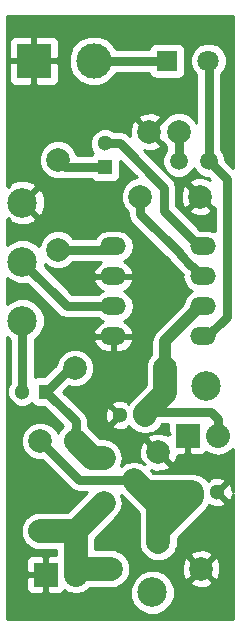
<source format=gbr>
G04 #@! TF.FileFunction,Copper,L2,Bot,Signal*
%FSLAX46Y46*%
G04 Gerber Fmt 4.6, Leading zero omitted, Abs format (unit mm)*
G04 Created by KiCad (PCBNEW 0.201603131216+6619~43~ubuntu14.04.1-product) date Mon 14 Mar 2016 01:53:15 PM EET*
%MOMM*%
G01*
G04 APERTURE LIST*
%ADD10C,0.100000*%
%ADD11O,2.199640X1.501140*%
%ADD12C,2.500000*%
%ADD13C,1.998980*%
%ADD14C,1.750060*%
%ADD15R,1.300000X1.300000*%
%ADD16C,1.300000*%
%ADD17R,2.032000X2.032000*%
%ADD18O,2.032000X2.032000*%
%ADD19R,2.999740X2.999740*%
%ADD20C,2.999740*%
%ADD21C,2.499360*%
%ADD22R,1.800000X1.800000*%
%ADD23C,1.800000*%
%ADD24C,1.501140*%
%ADD25C,2.000000*%
%ADD26C,0.800000*%
%ADD27C,1.000000*%
%ADD28C,0.254000*%
G04 APERTURE END LIST*
D10*
D11*
X119690000Y-45690000D03*
X119690000Y-48230000D03*
X119690000Y-50770000D03*
X119690000Y-53310000D03*
X127310000Y-53310000D03*
X127310000Y-50770000D03*
X127310000Y-48230000D03*
X127310000Y-45690000D03*
D12*
X123000000Y-75000000D03*
D13*
X116500000Y-69810000D03*
X116500000Y-62190000D03*
D14*
X118865000Y-67405000D03*
X121405000Y-65500000D03*
X118865000Y-63595000D03*
D15*
X114000000Y-58000000D03*
D16*
X112000000Y-58000000D03*
D15*
X126500000Y-66500000D03*
D16*
X128500000Y-66500000D03*
D17*
X113960000Y-73500000D03*
D18*
X116500000Y-73500000D03*
D17*
X126000000Y-61750000D03*
D18*
X128540000Y-61750000D03*
D13*
X119500000Y-73000000D03*
X127120000Y-73000000D03*
X123500000Y-70750000D03*
X123500000Y-63130000D03*
X113500000Y-69810000D03*
X113500000Y-62190000D03*
D15*
X119000000Y-39000000D03*
D16*
X119000000Y-37000000D03*
D13*
X121960000Y-41500000D03*
X127040000Y-41500000D03*
D19*
X112960000Y-30000000D03*
D20*
X118040000Y-30000000D03*
D21*
X112000000Y-47000000D03*
X112000000Y-41998740D03*
X112000000Y-52001260D03*
D22*
X124250000Y-30000000D03*
D23*
X127750000Y-30000000D03*
D12*
X127500000Y-57500000D03*
D13*
X115000000Y-46000000D03*
X115000000Y-38380000D03*
D15*
X122250000Y-60000000D03*
D16*
X120250000Y-60000000D03*
D24*
X127770000Y-38500000D03*
X125230000Y-38500000D03*
D13*
X125270000Y-36000000D03*
X122730000Y-36000000D03*
X116440000Y-56000000D03*
X124060000Y-56000000D03*
D25*
X118865000Y-63595000D02*
X117905000Y-63595000D01*
X117905000Y-63595000D02*
X116500000Y-62190000D01*
D26*
X116440000Y-56000000D02*
X116000000Y-56000000D01*
X116000000Y-56000000D02*
X114000000Y-58000000D01*
X116500000Y-62190000D02*
X116500000Y-60500000D01*
X116500000Y-60500000D02*
X114000000Y-58000000D01*
D27*
X116690000Y-62000000D02*
X116500000Y-62190000D01*
X116500000Y-61500000D02*
X116500000Y-62190000D01*
X118865000Y-63595000D02*
X118865000Y-63365000D01*
D26*
X112000000Y-58000000D02*
X112000000Y-52001260D01*
D25*
X123500000Y-70750000D02*
X123500000Y-69750000D01*
X123500000Y-69750000D02*
X126349999Y-66900001D01*
X126349999Y-66900001D02*
X126349999Y-66500000D01*
X126349999Y-66500000D02*
X122405000Y-66500000D01*
X121405000Y-65500000D02*
X122405000Y-66500000D01*
X123500000Y-70750000D02*
X123500000Y-67595000D01*
X123500000Y-67595000D02*
X121405000Y-65500000D01*
D27*
X126500000Y-66500000D02*
X122405000Y-66500000D01*
X123500000Y-70750000D02*
X123500000Y-67750000D01*
X123500000Y-67750000D02*
X124750000Y-66500000D01*
X124750000Y-66500000D02*
X126500000Y-66500000D01*
D26*
X121405000Y-65500000D02*
X116810000Y-65500000D01*
X116810000Y-65500000D02*
X114499489Y-63189489D01*
X114499489Y-63189489D02*
X113500000Y-62190000D01*
D25*
X116500000Y-69810000D02*
X116500000Y-69770000D01*
X116500000Y-69770000D02*
X118865000Y-67405000D01*
X116500000Y-69810000D02*
X113500000Y-69810000D01*
X116500000Y-73500000D02*
X116500000Y-69810000D01*
X119500000Y-73000000D02*
X117000000Y-73000000D01*
X117000000Y-73000000D02*
X116500000Y-73500000D01*
D26*
X115000000Y-38380000D02*
X115620000Y-39000000D01*
X115620000Y-39000000D02*
X118541509Y-39000000D01*
X118541509Y-39000000D02*
X118770754Y-38770755D01*
X119000000Y-37000000D02*
X120271248Y-37000000D01*
X120271248Y-37000000D02*
X124000000Y-40728752D01*
X124000000Y-42729250D02*
X126960750Y-45690000D01*
X124000000Y-40728752D02*
X124000000Y-42729250D01*
X126960750Y-45690000D02*
X127310000Y-45690000D01*
X127310000Y-48230000D02*
X127230000Y-48230000D01*
X127230000Y-48230000D02*
X126340580Y-47340580D01*
X126340580Y-47340580D02*
X126277058Y-47340580D01*
X126277058Y-47340580D02*
X125310170Y-46373692D01*
X121960000Y-42960000D02*
X121960000Y-42913492D01*
X125310170Y-46373692D02*
X125310170Y-46310170D01*
X125310170Y-46310170D02*
X121960000Y-42960000D01*
X121960000Y-42913492D02*
X121960000Y-41500000D01*
X124250000Y-30000000D02*
X118040000Y-30000000D01*
X127770000Y-38500000D02*
X127770000Y-30020000D01*
X127770000Y-30020000D02*
X127750000Y-30000000D01*
X127770000Y-38500000D02*
X129309830Y-40039830D01*
X129309830Y-40039830D02*
X129309830Y-51659420D01*
X129309830Y-51659420D02*
X127659250Y-53310000D01*
X127659250Y-53310000D02*
X127310000Y-53310000D01*
D25*
X124060000Y-56000000D02*
X124060000Y-58130002D01*
X124060000Y-58130002D02*
X122400001Y-59790001D01*
X122400001Y-59790001D02*
X122400001Y-60000000D01*
D27*
X127310000Y-50770000D02*
X127025057Y-50770000D01*
X127025057Y-50770000D02*
X124060000Y-53735057D01*
X124060000Y-53735057D02*
X124060000Y-54586508D01*
X124060000Y-54586508D02*
X124060000Y-56000000D01*
X124060000Y-56000000D02*
X124060000Y-58190000D01*
X124060000Y-58190000D02*
X122250000Y-60000000D01*
D26*
X122250000Y-59750000D02*
X123700000Y-59750000D01*
X126960750Y-50770000D02*
X127310000Y-50770000D01*
X128540000Y-61750000D02*
X128540000Y-60313160D01*
X128540000Y-60313160D02*
X127976840Y-59750000D01*
X127976840Y-59750000D02*
X123700000Y-59750000D01*
X119690000Y-50770000D02*
X115770000Y-50770000D01*
X115770000Y-50770000D02*
X112000000Y-47000000D01*
X115000000Y-46000000D02*
X119380000Y-46000000D01*
X119380000Y-46000000D02*
X119690000Y-45690000D01*
X125230000Y-38500000D02*
X125230000Y-36040000D01*
X125230000Y-36040000D02*
X125270000Y-36000000D01*
D28*
G36*
X129790000Y-39056289D02*
X129155639Y-38421927D01*
X129155810Y-38225602D01*
X128945314Y-37716163D01*
X128805000Y-37575604D01*
X128805000Y-31115765D01*
X129050551Y-30870643D01*
X129284733Y-30306670D01*
X129285265Y-29696009D01*
X129052068Y-29131629D01*
X128620643Y-28699449D01*
X128056670Y-28465267D01*
X127446009Y-28464735D01*
X126881629Y-28697932D01*
X126449449Y-29129357D01*
X126215267Y-29693330D01*
X126214735Y-30303991D01*
X126447932Y-30868371D01*
X126735000Y-31155941D01*
X126735000Y-35265421D01*
X126656462Y-35075345D01*
X126197073Y-34615154D01*
X125596547Y-34365794D01*
X124946306Y-34365226D01*
X124345345Y-34613538D01*
X123917599Y-35040539D01*
X123882163Y-35027443D01*
X122909605Y-36000000D01*
X123882163Y-36972557D01*
X123918099Y-36959276D01*
X124195000Y-37236661D01*
X124195000Y-37575411D01*
X124056056Y-37714113D01*
X123844671Y-38223184D01*
X123844190Y-38774398D01*
X124054686Y-39283837D01*
X124444113Y-39673944D01*
X124953184Y-39885329D01*
X125504398Y-39885810D01*
X126013837Y-39675314D01*
X126403944Y-39285887D01*
X126499975Y-39054619D01*
X126594686Y-39283837D01*
X126984113Y-39673944D01*
X127493184Y-39885329D01*
X127691791Y-39885502D01*
X127871581Y-40065293D01*
X127304418Y-39854599D01*
X126654623Y-39878659D01*
X126166042Y-40081035D01*
X126067443Y-40347837D01*
X127040000Y-41320395D01*
X127054142Y-41306252D01*
X127233748Y-41485858D01*
X127219605Y-41500000D01*
X128192163Y-42472557D01*
X128274830Y-42442007D01*
X128274830Y-44444216D01*
X128223472Y-44409900D01*
X127693237Y-44304430D01*
X127038891Y-44304430D01*
X125386625Y-42652163D01*
X126067443Y-42652163D01*
X126166042Y-42918965D01*
X126775582Y-43145401D01*
X127425377Y-43121341D01*
X127913958Y-42918965D01*
X128012557Y-42652163D01*
X127040000Y-41679605D01*
X126067443Y-42652163D01*
X125386625Y-42652163D01*
X125035000Y-42300538D01*
X125035000Y-41235582D01*
X125394599Y-41235582D01*
X125418659Y-41885377D01*
X125621035Y-42373958D01*
X125887837Y-42472557D01*
X126860395Y-41500000D01*
X125887837Y-40527443D01*
X125621035Y-40626042D01*
X125394599Y-41235582D01*
X125035000Y-41235582D01*
X125035000Y-40728757D01*
X125035001Y-40728752D01*
X124956215Y-40332675D01*
X124803867Y-40104669D01*
X124731856Y-39996896D01*
X124731853Y-39996894D01*
X122329990Y-37595030D01*
X122465582Y-37645401D01*
X123115377Y-37621341D01*
X123603958Y-37418965D01*
X123702557Y-37152163D01*
X122730000Y-36179605D01*
X122715858Y-36193748D01*
X122536252Y-36014142D01*
X122550395Y-36000000D01*
X121577837Y-35027443D01*
X121311035Y-35126042D01*
X121084599Y-35735582D01*
X121108210Y-36373250D01*
X121003104Y-36268144D01*
X120667325Y-36043785D01*
X120271248Y-35964999D01*
X120271243Y-35965000D01*
X119782486Y-35965000D01*
X119728845Y-35911265D01*
X119256724Y-35715223D01*
X118745519Y-35714777D01*
X118273057Y-35909995D01*
X117911265Y-36271155D01*
X117715223Y-36743276D01*
X117714777Y-37254481D01*
X117909995Y-37726943D01*
X118001826Y-37818935D01*
X117892191Y-37892191D01*
X117843541Y-37965000D01*
X116597047Y-37965000D01*
X116386462Y-37455345D01*
X115927073Y-36995154D01*
X115326547Y-36745794D01*
X114676306Y-36745226D01*
X114075345Y-36993538D01*
X113615154Y-37452927D01*
X113365794Y-38053453D01*
X113365226Y-38703694D01*
X113613538Y-39304655D01*
X114072927Y-39764846D01*
X114673453Y-40014206D01*
X115323694Y-40014774D01*
X115386940Y-39988641D01*
X115620000Y-40035000D01*
X117843541Y-40035000D01*
X117892191Y-40107809D01*
X118102235Y-40248157D01*
X118350000Y-40297440D01*
X119650000Y-40297440D01*
X119897765Y-40248157D01*
X120107809Y-40107809D01*
X120248157Y-39897765D01*
X120297440Y-39650000D01*
X120297440Y-38489904D01*
X121672794Y-39865258D01*
X121636306Y-39865226D01*
X121035345Y-40113538D01*
X120575154Y-40572927D01*
X120325794Y-41173453D01*
X120325226Y-41823694D01*
X120573538Y-42424655D01*
X120925000Y-42776731D01*
X120925000Y-42959995D01*
X120924999Y-42960000D01*
X121003785Y-43356077D01*
X121228144Y-43691856D01*
X124450402Y-46914113D01*
X124578314Y-47105548D01*
X125545200Y-48072433D01*
X125545202Y-48072436D01*
X125569328Y-48088556D01*
X125541193Y-48230000D01*
X125646663Y-48760235D01*
X125947017Y-49209746D01*
X126381412Y-49500000D01*
X125947017Y-49790254D01*
X125646663Y-50239765D01*
X125571304Y-50618621D01*
X123257434Y-52932491D01*
X123011397Y-53300711D01*
X122925000Y-53735057D01*
X122925000Y-54823516D01*
X122906060Y-54842423D01*
X122903880Y-54843880D01*
X122902436Y-54846041D01*
X122675154Y-55072927D01*
X122550912Y-55372136D01*
X122549457Y-55374313D01*
X122548951Y-55376859D01*
X122425794Y-55673453D01*
X122425511Y-55997431D01*
X122425000Y-56000000D01*
X122425000Y-57452762D01*
X121243881Y-58633881D01*
X120959419Y-59059609D01*
X120913729Y-58870389D01*
X120430922Y-58702378D01*
X119920572Y-58731917D01*
X119586271Y-58870389D01*
X119530590Y-59100984D01*
X120250000Y-59820395D01*
X120264142Y-59806252D01*
X120443748Y-59985858D01*
X120429605Y-60000000D01*
X120443748Y-60014142D01*
X120264142Y-60193748D01*
X120250000Y-60179605D01*
X119530590Y-60899016D01*
X119586271Y-61129611D01*
X120069078Y-61297622D01*
X120579428Y-61268083D01*
X120913729Y-61129611D01*
X120969410Y-60899018D01*
X121069677Y-60999285D01*
X121142191Y-61107809D01*
X121352235Y-61248157D01*
X121394082Y-61256481D01*
X121774314Y-61510543D01*
X122400001Y-61635000D01*
X123025688Y-61510543D01*
X123556121Y-61156120D01*
X123804095Y-60785000D01*
X124349000Y-60785000D01*
X124349000Y-61464250D01*
X124507748Y-61622998D01*
X124349000Y-61622998D01*
X124349000Y-61701763D01*
X123764418Y-61484599D01*
X123114623Y-61508659D01*
X122626042Y-61711035D01*
X122527443Y-61977837D01*
X123500000Y-62950395D01*
X123514142Y-62936252D01*
X123693748Y-63115858D01*
X123679605Y-63130000D01*
X124652163Y-64102557D01*
X124918965Y-64003958D01*
X125142956Y-63401000D01*
X125714250Y-63401000D01*
X125873000Y-63242250D01*
X125873000Y-61877000D01*
X125853000Y-61877000D01*
X125853000Y-61623000D01*
X125873000Y-61623000D01*
X125873000Y-61603000D01*
X126127000Y-61603000D01*
X126127000Y-61623000D01*
X126147000Y-61623000D01*
X126147000Y-61877000D01*
X126127000Y-61877000D01*
X126127000Y-63242250D01*
X126285750Y-63401000D01*
X127142310Y-63401000D01*
X127375699Y-63304327D01*
X127554327Y-63125698D01*
X127571999Y-63083034D01*
X127908190Y-63307670D01*
X128540000Y-63433345D01*
X129171810Y-63307670D01*
X129707433Y-62949778D01*
X129790000Y-62826208D01*
X129790000Y-66549235D01*
X129768083Y-66170572D01*
X129629611Y-65836271D01*
X129399016Y-65780590D01*
X128679605Y-66500000D01*
X129399016Y-67219410D01*
X129629611Y-67163729D01*
X129790000Y-66702825D01*
X129790000Y-77290000D01*
X110710000Y-77290000D01*
X110710000Y-75373305D01*
X121114674Y-75373305D01*
X121401043Y-76066372D01*
X121930839Y-76597093D01*
X122623405Y-76884672D01*
X123373305Y-76885326D01*
X124066372Y-76598957D01*
X124597093Y-76069161D01*
X124884672Y-75376595D01*
X124885326Y-74626695D01*
X124689254Y-74152163D01*
X126147443Y-74152163D01*
X126246042Y-74418965D01*
X126855582Y-74645401D01*
X127505377Y-74621341D01*
X127993958Y-74418965D01*
X128092557Y-74152163D01*
X127120000Y-73179605D01*
X126147443Y-74152163D01*
X124689254Y-74152163D01*
X124598957Y-73933628D01*
X124069161Y-73402907D01*
X123376595Y-73115328D01*
X122626695Y-73114674D01*
X121933628Y-73401043D01*
X121402907Y-73930839D01*
X121115328Y-74623405D01*
X121114674Y-75373305D01*
X110710000Y-75373305D01*
X110710000Y-73785750D01*
X112309000Y-73785750D01*
X112309000Y-74642309D01*
X112405673Y-74875698D01*
X112584301Y-75054327D01*
X112817690Y-75151000D01*
X113674250Y-75151000D01*
X113833000Y-74992250D01*
X113833000Y-73627000D01*
X112467750Y-73627000D01*
X112309000Y-73785750D01*
X110710000Y-73785750D01*
X110710000Y-72357691D01*
X112309000Y-72357691D01*
X112309000Y-73214250D01*
X112467750Y-73373000D01*
X113833000Y-73373000D01*
X113833000Y-72007750D01*
X113674250Y-71849000D01*
X112817690Y-71849000D01*
X112584301Y-71945673D01*
X112405673Y-72124302D01*
X112309000Y-72357691D01*
X110710000Y-72357691D01*
X110710000Y-53376675D01*
X110931021Y-53598082D01*
X110965000Y-53612191D01*
X110965000Y-57217514D01*
X110911265Y-57271155D01*
X110715223Y-57743276D01*
X110714777Y-58254481D01*
X110909995Y-58726943D01*
X111271155Y-59088735D01*
X111743276Y-59284777D01*
X112254481Y-59285223D01*
X112726943Y-59090005D01*
X112818935Y-58998174D01*
X112892191Y-59107809D01*
X113102235Y-59248157D01*
X113350000Y-59297440D01*
X113833728Y-59297440D01*
X115457483Y-60921194D01*
X115346060Y-61032423D01*
X115343880Y-61033880D01*
X115342436Y-61036041D01*
X115115154Y-61262927D01*
X115000025Y-61540189D01*
X114886462Y-61265345D01*
X114427073Y-60805154D01*
X113826547Y-60555794D01*
X113176306Y-60555226D01*
X112575345Y-60803538D01*
X112115154Y-61262927D01*
X111865794Y-61863453D01*
X111865226Y-62513694D01*
X112113538Y-63114655D01*
X112572927Y-63574846D01*
X113173453Y-63824206D01*
X113670929Y-63824641D01*
X113767631Y-63921342D01*
X113767633Y-63921345D01*
X116078144Y-66231856D01*
X116413923Y-66456215D01*
X116810000Y-66535001D01*
X116810005Y-66535000D01*
X117422760Y-66535000D01*
X115782760Y-68175000D01*
X113500000Y-68175000D01*
X113497454Y-68175507D01*
X113176306Y-68175226D01*
X112876880Y-68298946D01*
X112874313Y-68299457D01*
X112872156Y-68300898D01*
X112575345Y-68423538D01*
X112346060Y-68652423D01*
X112343880Y-68653880D01*
X112342436Y-68656041D01*
X112115154Y-68882927D01*
X111990912Y-69182136D01*
X111989457Y-69184313D01*
X111988951Y-69186859D01*
X111865794Y-69483453D01*
X111865511Y-69807431D01*
X111865000Y-69810000D01*
X111865507Y-69812546D01*
X111865226Y-70133694D01*
X111988946Y-70433120D01*
X111989457Y-70435687D01*
X111990898Y-70437844D01*
X112113538Y-70734655D01*
X112342423Y-70963940D01*
X112343880Y-70966120D01*
X112346041Y-70967564D01*
X112572927Y-71194846D01*
X112872136Y-71319088D01*
X112874313Y-71320543D01*
X112876859Y-71321049D01*
X113173453Y-71444206D01*
X113497431Y-71444489D01*
X113500000Y-71445000D01*
X114865000Y-71445000D01*
X114865000Y-71849000D01*
X114245750Y-71849000D01*
X114087000Y-72007750D01*
X114087000Y-73373000D01*
X114107000Y-73373000D01*
X114107000Y-73627000D01*
X114087000Y-73627000D01*
X114087000Y-74992250D01*
X114245750Y-75151000D01*
X115102310Y-75151000D01*
X115335699Y-75054327D01*
X115514327Y-74875698D01*
X115531999Y-74833034D01*
X115868190Y-75057670D01*
X116500000Y-75183345D01*
X117131810Y-75057670D01*
X117667433Y-74699778D01*
X117710716Y-74635000D01*
X119500000Y-74635000D01*
X119502546Y-74634493D01*
X119823694Y-74634774D01*
X120123120Y-74511054D01*
X120125687Y-74510543D01*
X120127844Y-74509102D01*
X120424655Y-74386462D01*
X120653940Y-74157577D01*
X120656120Y-74156120D01*
X120657564Y-74153959D01*
X120884846Y-73927073D01*
X121009088Y-73627864D01*
X121010543Y-73625687D01*
X121011049Y-73623141D01*
X121134206Y-73326547D01*
X121134489Y-73002569D01*
X121135000Y-73000000D01*
X121134493Y-72997454D01*
X121134722Y-72735582D01*
X125474599Y-72735582D01*
X125498659Y-73385377D01*
X125701035Y-73873958D01*
X125967837Y-73972557D01*
X126940395Y-73000000D01*
X127299605Y-73000000D01*
X128272163Y-73972557D01*
X128538965Y-73873958D01*
X128765401Y-73264418D01*
X128741341Y-72614623D01*
X128538965Y-72126042D01*
X128272163Y-72027443D01*
X127299605Y-73000000D01*
X126940395Y-73000000D01*
X125967837Y-72027443D01*
X125701035Y-72126042D01*
X125474599Y-72735582D01*
X121134722Y-72735582D01*
X121134774Y-72676306D01*
X121011054Y-72376880D01*
X121010543Y-72374313D01*
X121009102Y-72372156D01*
X120886462Y-72075345D01*
X120657577Y-71846060D01*
X120656120Y-71843880D01*
X120653959Y-71842436D01*
X120427073Y-71615154D01*
X120127864Y-71490912D01*
X120125687Y-71489457D01*
X120123141Y-71488951D01*
X119826547Y-71365794D01*
X119502569Y-71365511D01*
X119500000Y-71365000D01*
X118135000Y-71365000D01*
X118135000Y-70447240D01*
X120021120Y-68561120D01*
X120375543Y-68030688D01*
X120500001Y-67405000D01*
X120376405Y-66783645D01*
X121865000Y-68272239D01*
X121865000Y-69749995D01*
X121864999Y-69750000D01*
X121865000Y-69750005D01*
X121865000Y-70750000D01*
X121865507Y-70752546D01*
X121865226Y-71073694D01*
X121988946Y-71373120D01*
X121989457Y-71375687D01*
X121990898Y-71377844D01*
X122113538Y-71674655D01*
X122342423Y-71903940D01*
X122343880Y-71906120D01*
X122346041Y-71907564D01*
X122572927Y-72134846D01*
X122872136Y-72259088D01*
X122874313Y-72260543D01*
X122876859Y-72261049D01*
X123173453Y-72384206D01*
X123497431Y-72384489D01*
X123500000Y-72385000D01*
X123502546Y-72384493D01*
X123823694Y-72384774D01*
X124123120Y-72261054D01*
X124125687Y-72260543D01*
X124127844Y-72259102D01*
X124424655Y-72136462D01*
X124653940Y-71907577D01*
X124656120Y-71906120D01*
X124657564Y-71903959D01*
X124713783Y-71847837D01*
X126147443Y-71847837D01*
X127120000Y-72820395D01*
X128092557Y-71847837D01*
X127993958Y-71581035D01*
X127384418Y-71354599D01*
X126734623Y-71378659D01*
X126246042Y-71581035D01*
X126147443Y-71847837D01*
X124713783Y-71847837D01*
X124884846Y-71677073D01*
X125009088Y-71377864D01*
X125010543Y-71375687D01*
X125011049Y-71373141D01*
X125134206Y-71076547D01*
X125134489Y-70752569D01*
X125135000Y-70750000D01*
X125135000Y-70427240D01*
X127506116Y-68056123D01*
X127506119Y-68056121D01*
X127741367Y-67704046D01*
X127824281Y-67579957D01*
X127836271Y-67629611D01*
X128319078Y-67797622D01*
X128829428Y-67768083D01*
X129163729Y-67629611D01*
X129219410Y-67399016D01*
X128500000Y-66679605D01*
X128485858Y-66693748D01*
X128306253Y-66514143D01*
X128320395Y-66500000D01*
X128306252Y-66485858D01*
X128485858Y-66306252D01*
X128500000Y-66320395D01*
X129219410Y-65600984D01*
X129163729Y-65370389D01*
X128680922Y-65202378D01*
X128170572Y-65231917D01*
X127836271Y-65370389D01*
X127780590Y-65600982D01*
X127680323Y-65500715D01*
X127607809Y-65392191D01*
X127397765Y-65251843D01*
X127355918Y-65243519D01*
X126975686Y-64989457D01*
X126349999Y-64865000D01*
X123082240Y-64865000D01*
X122849049Y-64631809D01*
X123235582Y-64775401D01*
X123885377Y-64751341D01*
X124373958Y-64548965D01*
X124472557Y-64282163D01*
X123500000Y-63309605D01*
X123485858Y-63323748D01*
X123306252Y-63144142D01*
X123320395Y-63130000D01*
X122347837Y-62157443D01*
X122081035Y-62256042D01*
X121854599Y-62865582D01*
X121878659Y-63515377D01*
X122081035Y-64003958D01*
X122347836Y-64102556D01*
X122288602Y-64161790D01*
X122030688Y-63989457D01*
X121405000Y-63864999D01*
X120779312Y-63989457D01*
X120328998Y-64290347D01*
X120375543Y-64220687D01*
X120500000Y-63595000D01*
X120375543Y-62969313D01*
X120021120Y-62438880D01*
X119490687Y-62084457D01*
X118865000Y-61960000D01*
X118582240Y-61960000D01*
X117656120Y-61033880D01*
X117653959Y-61032436D01*
X117535000Y-60913269D01*
X117535000Y-60500005D01*
X117535001Y-60500000D01*
X117456215Y-60103923D01*
X117331373Y-59917083D01*
X117265889Y-59819078D01*
X118952378Y-59819078D01*
X118981917Y-60329428D01*
X119120389Y-60663729D01*
X119350984Y-60719410D01*
X120070395Y-60000000D01*
X119350984Y-59280590D01*
X119120389Y-59336271D01*
X118952378Y-59819078D01*
X117265889Y-59819078D01*
X117231856Y-59768144D01*
X117231853Y-59768142D01*
X115463712Y-58000000D01*
X115912817Y-57550895D01*
X116113453Y-57634206D01*
X116763694Y-57634774D01*
X117364655Y-57386462D01*
X117824846Y-56927073D01*
X118074206Y-56326547D01*
X118074774Y-55676306D01*
X117826462Y-55075345D01*
X117367073Y-54615154D01*
X116766547Y-54365794D01*
X116116306Y-54365226D01*
X115515345Y-54613538D01*
X115055154Y-55072927D01*
X114805794Y-55673453D01*
X114805744Y-55730545D01*
X113833728Y-56702560D01*
X113350000Y-56702560D01*
X113102235Y-56751843D01*
X113035000Y-56796768D01*
X113035000Y-53651275D01*
X117997867Y-53651275D01*
X118012050Y-53722903D01*
X118271202Y-54199944D01*
X118693183Y-54541499D01*
X119213750Y-54695570D01*
X119563000Y-54695570D01*
X119563000Y-53437000D01*
X119817000Y-53437000D01*
X119817000Y-54695570D01*
X120166250Y-54695570D01*
X120686817Y-54541499D01*
X121108798Y-54199944D01*
X121367950Y-53722903D01*
X121382133Y-53651275D01*
X121259479Y-53437000D01*
X119817000Y-53437000D01*
X119563000Y-53437000D01*
X118120521Y-53437000D01*
X117997867Y-53651275D01*
X113035000Y-53651275D01*
X113035000Y-53612834D01*
X113066191Y-53599946D01*
X113596822Y-53070239D01*
X113884352Y-52377791D01*
X113885006Y-51628019D01*
X113598686Y-50935069D01*
X113068979Y-50404438D01*
X112376531Y-50116908D01*
X111626759Y-50116254D01*
X110933809Y-50402574D01*
X110710000Y-50625993D01*
X110710000Y-48375415D01*
X110931021Y-48596822D01*
X111623469Y-48884352D01*
X112373241Y-48885006D01*
X112407244Y-48870956D01*
X115038142Y-51501853D01*
X115038144Y-51501856D01*
X115273957Y-51659420D01*
X115373923Y-51726215D01*
X115770000Y-51805001D01*
X115770005Y-51805000D01*
X118409710Y-51805000D01*
X118776528Y-52050100D01*
X118784072Y-52051601D01*
X118693183Y-52078501D01*
X118271202Y-52420056D01*
X118012050Y-52897097D01*
X117997867Y-52968725D01*
X118120521Y-53183000D01*
X119563000Y-53183000D01*
X119563000Y-53163000D01*
X119817000Y-53163000D01*
X119817000Y-53183000D01*
X121259479Y-53183000D01*
X121382133Y-52968725D01*
X121367950Y-52897097D01*
X121108798Y-52420056D01*
X120686817Y-52078501D01*
X120595928Y-52051601D01*
X120603472Y-52050100D01*
X121052983Y-51749746D01*
X121353337Y-51300235D01*
X121458807Y-50770000D01*
X121353337Y-50239765D01*
X121052983Y-49790254D01*
X120603472Y-49489900D01*
X120595928Y-49488399D01*
X120686817Y-49461499D01*
X121108798Y-49119944D01*
X121367950Y-48642903D01*
X121382133Y-48571275D01*
X121259479Y-48357000D01*
X119817000Y-48357000D01*
X119817000Y-48377000D01*
X119563000Y-48377000D01*
X119563000Y-48357000D01*
X118120521Y-48357000D01*
X117997867Y-48571275D01*
X118012050Y-48642903D01*
X118271202Y-49119944D01*
X118693183Y-49461499D01*
X118784072Y-49488399D01*
X118776528Y-49489900D01*
X118409710Y-49735000D01*
X116198711Y-49735000D01*
X113871410Y-47407698D01*
X113884352Y-47376531D01*
X113884509Y-47196099D01*
X114072927Y-47384846D01*
X114673453Y-47634206D01*
X115323694Y-47634774D01*
X115924655Y-47386462D01*
X116276731Y-47035000D01*
X118648090Y-47035000D01*
X118271202Y-47340056D01*
X118012050Y-47817097D01*
X117997867Y-47888725D01*
X118120521Y-48103000D01*
X119563000Y-48103000D01*
X119563000Y-48083000D01*
X119817000Y-48083000D01*
X119817000Y-48103000D01*
X121259479Y-48103000D01*
X121382133Y-47888725D01*
X121367950Y-47817097D01*
X121108798Y-47340056D01*
X120686817Y-46998501D01*
X120595928Y-46971601D01*
X120603472Y-46970100D01*
X121052983Y-46669746D01*
X121353337Y-46220235D01*
X121458807Y-45690000D01*
X121353337Y-45159765D01*
X121052983Y-44710254D01*
X120603472Y-44409900D01*
X120073237Y-44304430D01*
X119306763Y-44304430D01*
X118776528Y-44409900D01*
X118327017Y-44710254D01*
X118156801Y-44965000D01*
X116276309Y-44965000D01*
X115927073Y-44615154D01*
X115326547Y-44365794D01*
X114676306Y-44365226D01*
X114075345Y-44613538D01*
X113615154Y-45072927D01*
X113365794Y-45673453D01*
X113365770Y-45700487D01*
X113068979Y-45403178D01*
X112376531Y-45115648D01*
X111626759Y-45114994D01*
X110933809Y-45401314D01*
X110710000Y-45624733D01*
X110710000Y-43422778D01*
X110732785Y-43445563D01*
X110846518Y-43331830D01*
X110975725Y-43624599D01*
X111675883Y-43892811D01*
X112425384Y-43872668D01*
X113024275Y-43624599D01*
X113153483Y-43331829D01*
X112000000Y-42178345D01*
X111985858Y-42192488D01*
X111806252Y-42012882D01*
X111820395Y-41998740D01*
X112179605Y-41998740D01*
X113333089Y-43152223D01*
X113625859Y-43023015D01*
X113894071Y-42322857D01*
X113873928Y-41573356D01*
X113625859Y-40974465D01*
X113333089Y-40845257D01*
X112179605Y-41998740D01*
X111820395Y-41998740D01*
X111806252Y-41984598D01*
X111985858Y-41804992D01*
X112000000Y-41819135D01*
X113153483Y-40665651D01*
X113024275Y-40372881D01*
X112324117Y-40104669D01*
X111574616Y-40124812D01*
X110975725Y-40372881D01*
X110846518Y-40665650D01*
X110732785Y-40551917D01*
X110710000Y-40574702D01*
X110710000Y-34847837D01*
X121757443Y-34847837D01*
X122730000Y-35820395D01*
X123702557Y-34847837D01*
X123603958Y-34581035D01*
X122994418Y-34354599D01*
X122344623Y-34378659D01*
X121856042Y-34581035D01*
X121757443Y-34847837D01*
X110710000Y-34847837D01*
X110710000Y-30285750D01*
X110825130Y-30285750D01*
X110825130Y-31626180D01*
X110921803Y-31859569D01*
X111100432Y-32038197D01*
X111333821Y-32134870D01*
X112674250Y-32134870D01*
X112833000Y-31976120D01*
X112833000Y-30127000D01*
X113087000Y-30127000D01*
X113087000Y-31976120D01*
X113245750Y-32134870D01*
X114586179Y-32134870D01*
X114819568Y-32038197D01*
X114998197Y-31859569D01*
X115094870Y-31626180D01*
X115094870Y-30422789D01*
X115904760Y-30422789D01*
X116229090Y-31207727D01*
X116829114Y-31808800D01*
X117613485Y-32134499D01*
X118462789Y-32135240D01*
X119247727Y-31810910D01*
X119848800Y-31210886D01*
X119921834Y-31035000D01*
X122729413Y-31035000D01*
X122751843Y-31147765D01*
X122892191Y-31357809D01*
X123102235Y-31498157D01*
X123350000Y-31547440D01*
X125150000Y-31547440D01*
X125397765Y-31498157D01*
X125607809Y-31357809D01*
X125748157Y-31147765D01*
X125797440Y-30900000D01*
X125797440Y-29100000D01*
X125748157Y-28852235D01*
X125607809Y-28642191D01*
X125397765Y-28501843D01*
X125150000Y-28452560D01*
X123350000Y-28452560D01*
X123102235Y-28501843D01*
X122892191Y-28642191D01*
X122751843Y-28852235D01*
X122729413Y-28965000D01*
X119922279Y-28965000D01*
X119850910Y-28792273D01*
X119250886Y-28191200D01*
X118466515Y-27865501D01*
X117617211Y-27864760D01*
X116832273Y-28189090D01*
X116231200Y-28789114D01*
X115905501Y-29573485D01*
X115904760Y-30422789D01*
X115094870Y-30422789D01*
X115094870Y-30285750D01*
X114936120Y-30127000D01*
X113087000Y-30127000D01*
X112833000Y-30127000D01*
X110983880Y-30127000D01*
X110825130Y-30285750D01*
X110710000Y-30285750D01*
X110710000Y-28373820D01*
X110825130Y-28373820D01*
X110825130Y-29714250D01*
X110983880Y-29873000D01*
X112833000Y-29873000D01*
X112833000Y-28023880D01*
X113087000Y-28023880D01*
X113087000Y-29873000D01*
X114936120Y-29873000D01*
X115094870Y-29714250D01*
X115094870Y-28373820D01*
X114998197Y-28140431D01*
X114819568Y-27961803D01*
X114586179Y-27865130D01*
X113245750Y-27865130D01*
X113087000Y-28023880D01*
X112833000Y-28023880D01*
X112674250Y-27865130D01*
X111333821Y-27865130D01*
X111100432Y-27961803D01*
X110921803Y-28140431D01*
X110825130Y-28373820D01*
X110710000Y-28373820D01*
X110710000Y-26210000D01*
X129790000Y-26210000D01*
X129790000Y-39056289D01*
X129790000Y-39056289D01*
G37*
X129790000Y-39056289D02*
X129155639Y-38421927D01*
X129155810Y-38225602D01*
X128945314Y-37716163D01*
X128805000Y-37575604D01*
X128805000Y-31115765D01*
X129050551Y-30870643D01*
X129284733Y-30306670D01*
X129285265Y-29696009D01*
X129052068Y-29131629D01*
X128620643Y-28699449D01*
X128056670Y-28465267D01*
X127446009Y-28464735D01*
X126881629Y-28697932D01*
X126449449Y-29129357D01*
X126215267Y-29693330D01*
X126214735Y-30303991D01*
X126447932Y-30868371D01*
X126735000Y-31155941D01*
X126735000Y-35265421D01*
X126656462Y-35075345D01*
X126197073Y-34615154D01*
X125596547Y-34365794D01*
X124946306Y-34365226D01*
X124345345Y-34613538D01*
X123917599Y-35040539D01*
X123882163Y-35027443D01*
X122909605Y-36000000D01*
X123882163Y-36972557D01*
X123918099Y-36959276D01*
X124195000Y-37236661D01*
X124195000Y-37575411D01*
X124056056Y-37714113D01*
X123844671Y-38223184D01*
X123844190Y-38774398D01*
X124054686Y-39283837D01*
X124444113Y-39673944D01*
X124953184Y-39885329D01*
X125504398Y-39885810D01*
X126013837Y-39675314D01*
X126403944Y-39285887D01*
X126499975Y-39054619D01*
X126594686Y-39283837D01*
X126984113Y-39673944D01*
X127493184Y-39885329D01*
X127691791Y-39885502D01*
X127871581Y-40065293D01*
X127304418Y-39854599D01*
X126654623Y-39878659D01*
X126166042Y-40081035D01*
X126067443Y-40347837D01*
X127040000Y-41320395D01*
X127054142Y-41306252D01*
X127233748Y-41485858D01*
X127219605Y-41500000D01*
X128192163Y-42472557D01*
X128274830Y-42442007D01*
X128274830Y-44444216D01*
X128223472Y-44409900D01*
X127693237Y-44304430D01*
X127038891Y-44304430D01*
X125386625Y-42652163D01*
X126067443Y-42652163D01*
X126166042Y-42918965D01*
X126775582Y-43145401D01*
X127425377Y-43121341D01*
X127913958Y-42918965D01*
X128012557Y-42652163D01*
X127040000Y-41679605D01*
X126067443Y-42652163D01*
X125386625Y-42652163D01*
X125035000Y-42300538D01*
X125035000Y-41235582D01*
X125394599Y-41235582D01*
X125418659Y-41885377D01*
X125621035Y-42373958D01*
X125887837Y-42472557D01*
X126860395Y-41500000D01*
X125887837Y-40527443D01*
X125621035Y-40626042D01*
X125394599Y-41235582D01*
X125035000Y-41235582D01*
X125035000Y-40728757D01*
X125035001Y-40728752D01*
X124956215Y-40332675D01*
X124803867Y-40104669D01*
X124731856Y-39996896D01*
X124731853Y-39996894D01*
X122329990Y-37595030D01*
X122465582Y-37645401D01*
X123115377Y-37621341D01*
X123603958Y-37418965D01*
X123702557Y-37152163D01*
X122730000Y-36179605D01*
X122715858Y-36193748D01*
X122536252Y-36014142D01*
X122550395Y-36000000D01*
X121577837Y-35027443D01*
X121311035Y-35126042D01*
X121084599Y-35735582D01*
X121108210Y-36373250D01*
X121003104Y-36268144D01*
X120667325Y-36043785D01*
X120271248Y-35964999D01*
X120271243Y-35965000D01*
X119782486Y-35965000D01*
X119728845Y-35911265D01*
X119256724Y-35715223D01*
X118745519Y-35714777D01*
X118273057Y-35909995D01*
X117911265Y-36271155D01*
X117715223Y-36743276D01*
X117714777Y-37254481D01*
X117909995Y-37726943D01*
X118001826Y-37818935D01*
X117892191Y-37892191D01*
X117843541Y-37965000D01*
X116597047Y-37965000D01*
X116386462Y-37455345D01*
X115927073Y-36995154D01*
X115326547Y-36745794D01*
X114676306Y-36745226D01*
X114075345Y-36993538D01*
X113615154Y-37452927D01*
X113365794Y-38053453D01*
X113365226Y-38703694D01*
X113613538Y-39304655D01*
X114072927Y-39764846D01*
X114673453Y-40014206D01*
X115323694Y-40014774D01*
X115386940Y-39988641D01*
X115620000Y-40035000D01*
X117843541Y-40035000D01*
X117892191Y-40107809D01*
X118102235Y-40248157D01*
X118350000Y-40297440D01*
X119650000Y-40297440D01*
X119897765Y-40248157D01*
X120107809Y-40107809D01*
X120248157Y-39897765D01*
X120297440Y-39650000D01*
X120297440Y-38489904D01*
X121672794Y-39865258D01*
X121636306Y-39865226D01*
X121035345Y-40113538D01*
X120575154Y-40572927D01*
X120325794Y-41173453D01*
X120325226Y-41823694D01*
X120573538Y-42424655D01*
X120925000Y-42776731D01*
X120925000Y-42959995D01*
X120924999Y-42960000D01*
X121003785Y-43356077D01*
X121228144Y-43691856D01*
X124450402Y-46914113D01*
X124578314Y-47105548D01*
X125545200Y-48072433D01*
X125545202Y-48072436D01*
X125569328Y-48088556D01*
X125541193Y-48230000D01*
X125646663Y-48760235D01*
X125947017Y-49209746D01*
X126381412Y-49500000D01*
X125947017Y-49790254D01*
X125646663Y-50239765D01*
X125571304Y-50618621D01*
X123257434Y-52932491D01*
X123011397Y-53300711D01*
X122925000Y-53735057D01*
X122925000Y-54823516D01*
X122906060Y-54842423D01*
X122903880Y-54843880D01*
X122902436Y-54846041D01*
X122675154Y-55072927D01*
X122550912Y-55372136D01*
X122549457Y-55374313D01*
X122548951Y-55376859D01*
X122425794Y-55673453D01*
X122425511Y-55997431D01*
X122425000Y-56000000D01*
X122425000Y-57452762D01*
X121243881Y-58633881D01*
X120959419Y-59059609D01*
X120913729Y-58870389D01*
X120430922Y-58702378D01*
X119920572Y-58731917D01*
X119586271Y-58870389D01*
X119530590Y-59100984D01*
X120250000Y-59820395D01*
X120264142Y-59806252D01*
X120443748Y-59985858D01*
X120429605Y-60000000D01*
X120443748Y-60014142D01*
X120264142Y-60193748D01*
X120250000Y-60179605D01*
X119530590Y-60899016D01*
X119586271Y-61129611D01*
X120069078Y-61297622D01*
X120579428Y-61268083D01*
X120913729Y-61129611D01*
X120969410Y-60899018D01*
X121069677Y-60999285D01*
X121142191Y-61107809D01*
X121352235Y-61248157D01*
X121394082Y-61256481D01*
X121774314Y-61510543D01*
X122400001Y-61635000D01*
X123025688Y-61510543D01*
X123556121Y-61156120D01*
X123804095Y-60785000D01*
X124349000Y-60785000D01*
X124349000Y-61464250D01*
X124507748Y-61622998D01*
X124349000Y-61622998D01*
X124349000Y-61701763D01*
X123764418Y-61484599D01*
X123114623Y-61508659D01*
X122626042Y-61711035D01*
X122527443Y-61977837D01*
X123500000Y-62950395D01*
X123514142Y-62936252D01*
X123693748Y-63115858D01*
X123679605Y-63130000D01*
X124652163Y-64102557D01*
X124918965Y-64003958D01*
X125142956Y-63401000D01*
X125714250Y-63401000D01*
X125873000Y-63242250D01*
X125873000Y-61877000D01*
X125853000Y-61877000D01*
X125853000Y-61623000D01*
X125873000Y-61623000D01*
X125873000Y-61603000D01*
X126127000Y-61603000D01*
X126127000Y-61623000D01*
X126147000Y-61623000D01*
X126147000Y-61877000D01*
X126127000Y-61877000D01*
X126127000Y-63242250D01*
X126285750Y-63401000D01*
X127142310Y-63401000D01*
X127375699Y-63304327D01*
X127554327Y-63125698D01*
X127571999Y-63083034D01*
X127908190Y-63307670D01*
X128540000Y-63433345D01*
X129171810Y-63307670D01*
X129707433Y-62949778D01*
X129790000Y-62826208D01*
X129790000Y-66549235D01*
X129768083Y-66170572D01*
X129629611Y-65836271D01*
X129399016Y-65780590D01*
X128679605Y-66500000D01*
X129399016Y-67219410D01*
X129629611Y-67163729D01*
X129790000Y-66702825D01*
X129790000Y-77290000D01*
X110710000Y-77290000D01*
X110710000Y-75373305D01*
X121114674Y-75373305D01*
X121401043Y-76066372D01*
X121930839Y-76597093D01*
X122623405Y-76884672D01*
X123373305Y-76885326D01*
X124066372Y-76598957D01*
X124597093Y-76069161D01*
X124884672Y-75376595D01*
X124885326Y-74626695D01*
X124689254Y-74152163D01*
X126147443Y-74152163D01*
X126246042Y-74418965D01*
X126855582Y-74645401D01*
X127505377Y-74621341D01*
X127993958Y-74418965D01*
X128092557Y-74152163D01*
X127120000Y-73179605D01*
X126147443Y-74152163D01*
X124689254Y-74152163D01*
X124598957Y-73933628D01*
X124069161Y-73402907D01*
X123376595Y-73115328D01*
X122626695Y-73114674D01*
X121933628Y-73401043D01*
X121402907Y-73930839D01*
X121115328Y-74623405D01*
X121114674Y-75373305D01*
X110710000Y-75373305D01*
X110710000Y-73785750D01*
X112309000Y-73785750D01*
X112309000Y-74642309D01*
X112405673Y-74875698D01*
X112584301Y-75054327D01*
X112817690Y-75151000D01*
X113674250Y-75151000D01*
X113833000Y-74992250D01*
X113833000Y-73627000D01*
X112467750Y-73627000D01*
X112309000Y-73785750D01*
X110710000Y-73785750D01*
X110710000Y-72357691D01*
X112309000Y-72357691D01*
X112309000Y-73214250D01*
X112467750Y-73373000D01*
X113833000Y-73373000D01*
X113833000Y-72007750D01*
X113674250Y-71849000D01*
X112817690Y-71849000D01*
X112584301Y-71945673D01*
X112405673Y-72124302D01*
X112309000Y-72357691D01*
X110710000Y-72357691D01*
X110710000Y-53376675D01*
X110931021Y-53598082D01*
X110965000Y-53612191D01*
X110965000Y-57217514D01*
X110911265Y-57271155D01*
X110715223Y-57743276D01*
X110714777Y-58254481D01*
X110909995Y-58726943D01*
X111271155Y-59088735D01*
X111743276Y-59284777D01*
X112254481Y-59285223D01*
X112726943Y-59090005D01*
X112818935Y-58998174D01*
X112892191Y-59107809D01*
X113102235Y-59248157D01*
X113350000Y-59297440D01*
X113833728Y-59297440D01*
X115457483Y-60921194D01*
X115346060Y-61032423D01*
X115343880Y-61033880D01*
X115342436Y-61036041D01*
X115115154Y-61262927D01*
X115000025Y-61540189D01*
X114886462Y-61265345D01*
X114427073Y-60805154D01*
X113826547Y-60555794D01*
X113176306Y-60555226D01*
X112575345Y-60803538D01*
X112115154Y-61262927D01*
X111865794Y-61863453D01*
X111865226Y-62513694D01*
X112113538Y-63114655D01*
X112572927Y-63574846D01*
X113173453Y-63824206D01*
X113670929Y-63824641D01*
X113767631Y-63921342D01*
X113767633Y-63921345D01*
X116078144Y-66231856D01*
X116413923Y-66456215D01*
X116810000Y-66535001D01*
X116810005Y-66535000D01*
X117422760Y-66535000D01*
X115782760Y-68175000D01*
X113500000Y-68175000D01*
X113497454Y-68175507D01*
X113176306Y-68175226D01*
X112876880Y-68298946D01*
X112874313Y-68299457D01*
X112872156Y-68300898D01*
X112575345Y-68423538D01*
X112346060Y-68652423D01*
X112343880Y-68653880D01*
X112342436Y-68656041D01*
X112115154Y-68882927D01*
X111990912Y-69182136D01*
X111989457Y-69184313D01*
X111988951Y-69186859D01*
X111865794Y-69483453D01*
X111865511Y-69807431D01*
X111865000Y-69810000D01*
X111865507Y-69812546D01*
X111865226Y-70133694D01*
X111988946Y-70433120D01*
X111989457Y-70435687D01*
X111990898Y-70437844D01*
X112113538Y-70734655D01*
X112342423Y-70963940D01*
X112343880Y-70966120D01*
X112346041Y-70967564D01*
X112572927Y-71194846D01*
X112872136Y-71319088D01*
X112874313Y-71320543D01*
X112876859Y-71321049D01*
X113173453Y-71444206D01*
X113497431Y-71444489D01*
X113500000Y-71445000D01*
X114865000Y-71445000D01*
X114865000Y-71849000D01*
X114245750Y-71849000D01*
X114087000Y-72007750D01*
X114087000Y-73373000D01*
X114107000Y-73373000D01*
X114107000Y-73627000D01*
X114087000Y-73627000D01*
X114087000Y-74992250D01*
X114245750Y-75151000D01*
X115102310Y-75151000D01*
X115335699Y-75054327D01*
X115514327Y-74875698D01*
X115531999Y-74833034D01*
X115868190Y-75057670D01*
X116500000Y-75183345D01*
X117131810Y-75057670D01*
X117667433Y-74699778D01*
X117710716Y-74635000D01*
X119500000Y-74635000D01*
X119502546Y-74634493D01*
X119823694Y-74634774D01*
X120123120Y-74511054D01*
X120125687Y-74510543D01*
X120127844Y-74509102D01*
X120424655Y-74386462D01*
X120653940Y-74157577D01*
X120656120Y-74156120D01*
X120657564Y-74153959D01*
X120884846Y-73927073D01*
X121009088Y-73627864D01*
X121010543Y-73625687D01*
X121011049Y-73623141D01*
X121134206Y-73326547D01*
X121134489Y-73002569D01*
X121135000Y-73000000D01*
X121134493Y-72997454D01*
X121134722Y-72735582D01*
X125474599Y-72735582D01*
X125498659Y-73385377D01*
X125701035Y-73873958D01*
X125967837Y-73972557D01*
X126940395Y-73000000D01*
X127299605Y-73000000D01*
X128272163Y-73972557D01*
X128538965Y-73873958D01*
X128765401Y-73264418D01*
X128741341Y-72614623D01*
X128538965Y-72126042D01*
X128272163Y-72027443D01*
X127299605Y-73000000D01*
X126940395Y-73000000D01*
X125967837Y-72027443D01*
X125701035Y-72126042D01*
X125474599Y-72735582D01*
X121134722Y-72735582D01*
X121134774Y-72676306D01*
X121011054Y-72376880D01*
X121010543Y-72374313D01*
X121009102Y-72372156D01*
X120886462Y-72075345D01*
X120657577Y-71846060D01*
X120656120Y-71843880D01*
X120653959Y-71842436D01*
X120427073Y-71615154D01*
X120127864Y-71490912D01*
X120125687Y-71489457D01*
X120123141Y-71488951D01*
X119826547Y-71365794D01*
X119502569Y-71365511D01*
X119500000Y-71365000D01*
X118135000Y-71365000D01*
X118135000Y-70447240D01*
X120021120Y-68561120D01*
X120375543Y-68030688D01*
X120500001Y-67405000D01*
X120376405Y-66783645D01*
X121865000Y-68272239D01*
X121865000Y-69749995D01*
X121864999Y-69750000D01*
X121865000Y-69750005D01*
X121865000Y-70750000D01*
X121865507Y-70752546D01*
X121865226Y-71073694D01*
X121988946Y-71373120D01*
X121989457Y-71375687D01*
X121990898Y-71377844D01*
X122113538Y-71674655D01*
X122342423Y-71903940D01*
X122343880Y-71906120D01*
X122346041Y-71907564D01*
X122572927Y-72134846D01*
X122872136Y-72259088D01*
X122874313Y-72260543D01*
X122876859Y-72261049D01*
X123173453Y-72384206D01*
X123497431Y-72384489D01*
X123500000Y-72385000D01*
X123502546Y-72384493D01*
X123823694Y-72384774D01*
X124123120Y-72261054D01*
X124125687Y-72260543D01*
X124127844Y-72259102D01*
X124424655Y-72136462D01*
X124653940Y-71907577D01*
X124656120Y-71906120D01*
X124657564Y-71903959D01*
X124713783Y-71847837D01*
X126147443Y-71847837D01*
X127120000Y-72820395D01*
X128092557Y-71847837D01*
X127993958Y-71581035D01*
X127384418Y-71354599D01*
X126734623Y-71378659D01*
X126246042Y-71581035D01*
X126147443Y-71847837D01*
X124713783Y-71847837D01*
X124884846Y-71677073D01*
X125009088Y-71377864D01*
X125010543Y-71375687D01*
X125011049Y-71373141D01*
X125134206Y-71076547D01*
X125134489Y-70752569D01*
X125135000Y-70750000D01*
X125135000Y-70427240D01*
X127506116Y-68056123D01*
X127506119Y-68056121D01*
X127741367Y-67704046D01*
X127824281Y-67579957D01*
X127836271Y-67629611D01*
X128319078Y-67797622D01*
X128829428Y-67768083D01*
X129163729Y-67629611D01*
X129219410Y-67399016D01*
X128500000Y-66679605D01*
X128485858Y-66693748D01*
X128306253Y-66514143D01*
X128320395Y-66500000D01*
X128306252Y-66485858D01*
X128485858Y-66306252D01*
X128500000Y-66320395D01*
X129219410Y-65600984D01*
X129163729Y-65370389D01*
X128680922Y-65202378D01*
X128170572Y-65231917D01*
X127836271Y-65370389D01*
X127780590Y-65600982D01*
X127680323Y-65500715D01*
X127607809Y-65392191D01*
X127397765Y-65251843D01*
X127355918Y-65243519D01*
X126975686Y-64989457D01*
X126349999Y-64865000D01*
X123082240Y-64865000D01*
X122849049Y-64631809D01*
X123235582Y-64775401D01*
X123885377Y-64751341D01*
X124373958Y-64548965D01*
X124472557Y-64282163D01*
X123500000Y-63309605D01*
X123485858Y-63323748D01*
X123306252Y-63144142D01*
X123320395Y-63130000D01*
X122347837Y-62157443D01*
X122081035Y-62256042D01*
X121854599Y-62865582D01*
X121878659Y-63515377D01*
X122081035Y-64003958D01*
X122347836Y-64102556D01*
X122288602Y-64161790D01*
X122030688Y-63989457D01*
X121405000Y-63864999D01*
X120779312Y-63989457D01*
X120328998Y-64290347D01*
X120375543Y-64220687D01*
X120500000Y-63595000D01*
X120375543Y-62969313D01*
X120021120Y-62438880D01*
X119490687Y-62084457D01*
X118865000Y-61960000D01*
X118582240Y-61960000D01*
X117656120Y-61033880D01*
X117653959Y-61032436D01*
X117535000Y-60913269D01*
X117535000Y-60500005D01*
X117535001Y-60500000D01*
X117456215Y-60103923D01*
X117331373Y-59917083D01*
X117265889Y-59819078D01*
X118952378Y-59819078D01*
X118981917Y-60329428D01*
X119120389Y-60663729D01*
X119350984Y-60719410D01*
X120070395Y-60000000D01*
X119350984Y-59280590D01*
X119120389Y-59336271D01*
X118952378Y-59819078D01*
X117265889Y-59819078D01*
X117231856Y-59768144D01*
X117231853Y-59768142D01*
X115463712Y-58000000D01*
X115912817Y-57550895D01*
X116113453Y-57634206D01*
X116763694Y-57634774D01*
X117364655Y-57386462D01*
X117824846Y-56927073D01*
X118074206Y-56326547D01*
X118074774Y-55676306D01*
X117826462Y-55075345D01*
X117367073Y-54615154D01*
X116766547Y-54365794D01*
X116116306Y-54365226D01*
X115515345Y-54613538D01*
X115055154Y-55072927D01*
X114805794Y-55673453D01*
X114805744Y-55730545D01*
X113833728Y-56702560D01*
X113350000Y-56702560D01*
X113102235Y-56751843D01*
X113035000Y-56796768D01*
X113035000Y-53651275D01*
X117997867Y-53651275D01*
X118012050Y-53722903D01*
X118271202Y-54199944D01*
X118693183Y-54541499D01*
X119213750Y-54695570D01*
X119563000Y-54695570D01*
X119563000Y-53437000D01*
X119817000Y-53437000D01*
X119817000Y-54695570D01*
X120166250Y-54695570D01*
X120686817Y-54541499D01*
X121108798Y-54199944D01*
X121367950Y-53722903D01*
X121382133Y-53651275D01*
X121259479Y-53437000D01*
X119817000Y-53437000D01*
X119563000Y-53437000D01*
X118120521Y-53437000D01*
X117997867Y-53651275D01*
X113035000Y-53651275D01*
X113035000Y-53612834D01*
X113066191Y-53599946D01*
X113596822Y-53070239D01*
X113884352Y-52377791D01*
X113885006Y-51628019D01*
X113598686Y-50935069D01*
X113068979Y-50404438D01*
X112376531Y-50116908D01*
X111626759Y-50116254D01*
X110933809Y-50402574D01*
X110710000Y-50625993D01*
X110710000Y-48375415D01*
X110931021Y-48596822D01*
X111623469Y-48884352D01*
X112373241Y-48885006D01*
X112407244Y-48870956D01*
X115038142Y-51501853D01*
X115038144Y-51501856D01*
X115273957Y-51659420D01*
X115373923Y-51726215D01*
X115770000Y-51805001D01*
X115770005Y-51805000D01*
X118409710Y-51805000D01*
X118776528Y-52050100D01*
X118784072Y-52051601D01*
X118693183Y-52078501D01*
X118271202Y-52420056D01*
X118012050Y-52897097D01*
X117997867Y-52968725D01*
X118120521Y-53183000D01*
X119563000Y-53183000D01*
X119563000Y-53163000D01*
X119817000Y-53163000D01*
X119817000Y-53183000D01*
X121259479Y-53183000D01*
X121382133Y-52968725D01*
X121367950Y-52897097D01*
X121108798Y-52420056D01*
X120686817Y-52078501D01*
X120595928Y-52051601D01*
X120603472Y-52050100D01*
X121052983Y-51749746D01*
X121353337Y-51300235D01*
X121458807Y-50770000D01*
X121353337Y-50239765D01*
X121052983Y-49790254D01*
X120603472Y-49489900D01*
X120595928Y-49488399D01*
X120686817Y-49461499D01*
X121108798Y-49119944D01*
X121367950Y-48642903D01*
X121382133Y-48571275D01*
X121259479Y-48357000D01*
X119817000Y-48357000D01*
X119817000Y-48377000D01*
X119563000Y-48377000D01*
X119563000Y-48357000D01*
X118120521Y-48357000D01*
X117997867Y-48571275D01*
X118012050Y-48642903D01*
X118271202Y-49119944D01*
X118693183Y-49461499D01*
X118784072Y-49488399D01*
X118776528Y-49489900D01*
X118409710Y-49735000D01*
X116198711Y-49735000D01*
X113871410Y-47407698D01*
X113884352Y-47376531D01*
X113884509Y-47196099D01*
X114072927Y-47384846D01*
X114673453Y-47634206D01*
X115323694Y-47634774D01*
X115924655Y-47386462D01*
X116276731Y-47035000D01*
X118648090Y-47035000D01*
X118271202Y-47340056D01*
X118012050Y-47817097D01*
X117997867Y-47888725D01*
X118120521Y-48103000D01*
X119563000Y-48103000D01*
X119563000Y-48083000D01*
X119817000Y-48083000D01*
X119817000Y-48103000D01*
X121259479Y-48103000D01*
X121382133Y-47888725D01*
X121367950Y-47817097D01*
X121108798Y-47340056D01*
X120686817Y-46998501D01*
X120595928Y-46971601D01*
X120603472Y-46970100D01*
X121052983Y-46669746D01*
X121353337Y-46220235D01*
X121458807Y-45690000D01*
X121353337Y-45159765D01*
X121052983Y-44710254D01*
X120603472Y-44409900D01*
X120073237Y-44304430D01*
X119306763Y-44304430D01*
X118776528Y-44409900D01*
X118327017Y-44710254D01*
X118156801Y-44965000D01*
X116276309Y-44965000D01*
X115927073Y-44615154D01*
X115326547Y-44365794D01*
X114676306Y-44365226D01*
X114075345Y-44613538D01*
X113615154Y-45072927D01*
X113365794Y-45673453D01*
X113365770Y-45700487D01*
X113068979Y-45403178D01*
X112376531Y-45115648D01*
X111626759Y-45114994D01*
X110933809Y-45401314D01*
X110710000Y-45624733D01*
X110710000Y-43422778D01*
X110732785Y-43445563D01*
X110846518Y-43331830D01*
X110975725Y-43624599D01*
X111675883Y-43892811D01*
X112425384Y-43872668D01*
X113024275Y-43624599D01*
X113153483Y-43331829D01*
X112000000Y-42178345D01*
X111985858Y-42192488D01*
X111806252Y-42012882D01*
X111820395Y-41998740D01*
X112179605Y-41998740D01*
X113333089Y-43152223D01*
X113625859Y-43023015D01*
X113894071Y-42322857D01*
X113873928Y-41573356D01*
X113625859Y-40974465D01*
X113333089Y-40845257D01*
X112179605Y-41998740D01*
X111820395Y-41998740D01*
X111806252Y-41984598D01*
X111985858Y-41804992D01*
X112000000Y-41819135D01*
X113153483Y-40665651D01*
X113024275Y-40372881D01*
X112324117Y-40104669D01*
X111574616Y-40124812D01*
X110975725Y-40372881D01*
X110846518Y-40665650D01*
X110732785Y-40551917D01*
X110710000Y-40574702D01*
X110710000Y-34847837D01*
X121757443Y-34847837D01*
X122730000Y-35820395D01*
X123702557Y-34847837D01*
X123603958Y-34581035D01*
X122994418Y-34354599D01*
X122344623Y-34378659D01*
X121856042Y-34581035D01*
X121757443Y-34847837D01*
X110710000Y-34847837D01*
X110710000Y-30285750D01*
X110825130Y-30285750D01*
X110825130Y-31626180D01*
X110921803Y-31859569D01*
X111100432Y-32038197D01*
X111333821Y-32134870D01*
X112674250Y-32134870D01*
X112833000Y-31976120D01*
X112833000Y-30127000D01*
X113087000Y-30127000D01*
X113087000Y-31976120D01*
X113245750Y-32134870D01*
X114586179Y-32134870D01*
X114819568Y-32038197D01*
X114998197Y-31859569D01*
X115094870Y-31626180D01*
X115094870Y-30422789D01*
X115904760Y-30422789D01*
X116229090Y-31207727D01*
X116829114Y-31808800D01*
X117613485Y-32134499D01*
X118462789Y-32135240D01*
X119247727Y-31810910D01*
X119848800Y-31210886D01*
X119921834Y-31035000D01*
X122729413Y-31035000D01*
X122751843Y-31147765D01*
X122892191Y-31357809D01*
X123102235Y-31498157D01*
X123350000Y-31547440D01*
X125150000Y-31547440D01*
X125397765Y-31498157D01*
X125607809Y-31357809D01*
X125748157Y-31147765D01*
X125797440Y-30900000D01*
X125797440Y-29100000D01*
X125748157Y-28852235D01*
X125607809Y-28642191D01*
X125397765Y-28501843D01*
X125150000Y-28452560D01*
X123350000Y-28452560D01*
X123102235Y-28501843D01*
X122892191Y-28642191D01*
X122751843Y-28852235D01*
X122729413Y-28965000D01*
X119922279Y-28965000D01*
X119850910Y-28792273D01*
X119250886Y-28191200D01*
X118466515Y-27865501D01*
X117617211Y-27864760D01*
X116832273Y-28189090D01*
X116231200Y-28789114D01*
X115905501Y-29573485D01*
X115904760Y-30422789D01*
X115094870Y-30422789D01*
X115094870Y-30285750D01*
X114936120Y-30127000D01*
X113087000Y-30127000D01*
X112833000Y-30127000D01*
X110983880Y-30127000D01*
X110825130Y-30285750D01*
X110710000Y-30285750D01*
X110710000Y-28373820D01*
X110825130Y-28373820D01*
X110825130Y-29714250D01*
X110983880Y-29873000D01*
X112833000Y-29873000D01*
X112833000Y-28023880D01*
X113087000Y-28023880D01*
X113087000Y-29873000D01*
X114936120Y-29873000D01*
X115094870Y-29714250D01*
X115094870Y-28373820D01*
X114998197Y-28140431D01*
X114819568Y-27961803D01*
X114586179Y-27865130D01*
X113245750Y-27865130D01*
X113087000Y-28023880D01*
X112833000Y-28023880D01*
X112674250Y-27865130D01*
X111333821Y-27865130D01*
X111100432Y-27961803D01*
X110921803Y-28140431D01*
X110825130Y-28373820D01*
X110710000Y-28373820D01*
X110710000Y-26210000D01*
X129790000Y-26210000D01*
X129790000Y-39056289D01*
M02*

</source>
